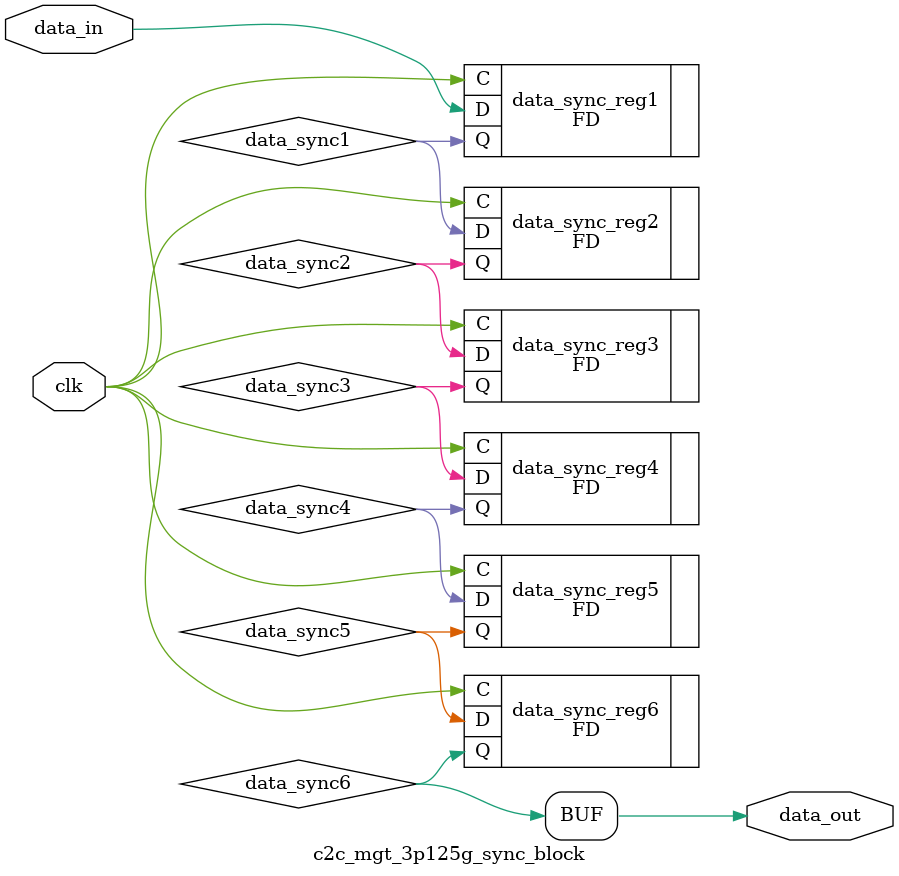
<source format=v>




`timescale 1ps / 1ps

//(* dont_touch = "yes" *)
module c2c_mgt_3p125g_sync_block #(
  parameter INITIALISE = 6'b000000
)
(
  input        clk,              // clock to be sync'ed to
  input        data_in,          // Data to be 'synced'
  output       data_out          // synced data
);

  // Internal Signals
  wire data_sync1;
  wire data_sync2;
  wire data_sync3;
  wire data_sync4;
  wire data_sync5;
  wire data_sync6;


  (* shreg_extract = "no", ASYNC_REG = "TRUE" *)
  FD #(
    .INIT (INITIALISE[0])
  ) data_sync_reg1 (
    .C  (clk),
    .D  (data_in),
    .Q  (data_sync1)
  );


  (* shreg_extract = "no", ASYNC_REG = "TRUE" *)
  FD #(
   .INIT (INITIALISE[1])
  ) data_sync_reg2 (
  .C  (clk),
  .D  (data_sync1),
  .Q  (data_sync2)
  );


  (* shreg_extract = "no", ASYNC_REG = "TRUE" *)
  FD #(
   .INIT (INITIALISE[2])
  ) data_sync_reg3 (
  .C  (clk),
  .D  (data_sync2),
  .Q  (data_sync3)
  );

  (* shreg_extract = "no", ASYNC_REG = "TRUE" *)
  FD #(
   .INIT (INITIALISE[3])
  ) data_sync_reg4 (
  .C  (clk),
  .D  (data_sync3),
  .Q  (data_sync4)
  );

  (* shreg_extract = "no", ASYNC_REG = "TRUE" *)
  FD #(
   .INIT (INITIALISE[4])
  ) data_sync_reg5 (
  .C  (clk),
  .D  (data_sync4),
  .Q  (data_sync5)
  );

  (* shreg_extract = "no", ASYNC_REG = "TRUE" *)
  FD #(
   .INIT (INITIALISE[5])
  ) data_sync_reg6 (
  .C  (clk),
  .D  (data_sync5),
  .Q  (data_sync6)
  );
  assign data_out = data_sync6;



endmodule

</source>
